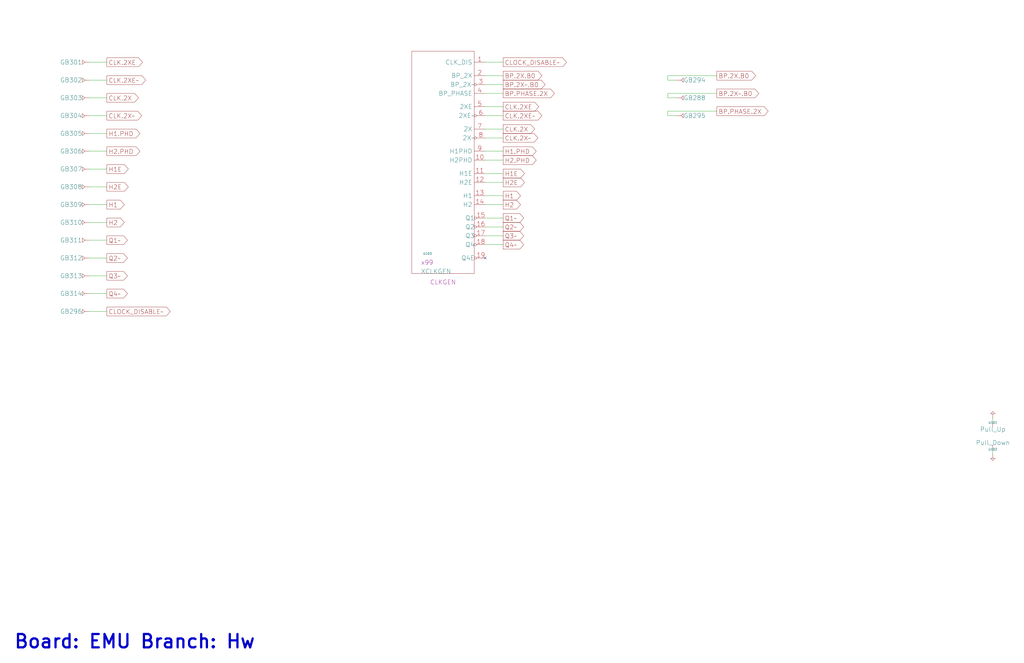
<source format=kicad_sch>
(kicad_sch (version 20250114) (generator "eeschema") (generator_version "9.0")
  (paper "User" 584.2 378.46)
  (title_block (title "EMU Main"))
  (lib_symbols
    (symbol "r1000:GB" (pin_numbers (hide yes)) (pin_names (offset 0) (hide yes))
      (property "Reference" "GB" (at 3.81 0 0))
      (symbol "GB_0_1"
        (polyline (pts (xy 2.54 0) (xy 3.81 1.27) (xy 3.81 -1.27) (xy 2.54 0)) (stroke (width 0.1524)))
      )
      (symbol "GB_1_1"
        (pin bidirectional line (at 0 0 0) (length 2.54) (name "") (number "1"))
      )
    )
    (symbol "r1000:PD" (power) (pin_numbers (hide yes)) (pin_names (hide yes)) (in_bom no)
      (symbol "PD_0_1"
        (polyline (pts (xy 0 -2.54) (xy 1.27 -2.54) (xy 0 -3.81) (xy -1.27 -2.54) (xy 0 -2.54)) (stroke (width 0.1524)))
      )
      (symbol "PD_1_1"
        (pin power_in line (at 0 0 270) (length 2.54) (name "PD") (number "1"))
      )
    )
    (symbol "r1000:PU" (power) (pin_numbers (hide yes)) (pin_names (hide yes))
      (symbol "PU_0_1"
        (polyline (pts (xy 0 2.54) (xy -1.27 2.54) (xy 0 3.81) (xy 1.27 2.54) (xy 0 2.54)) (stroke (width 0.1524)))
      )
      (symbol "PU_1_1"
        (pin power_in line (at 0 0 90) (length 2.54) (name "PU") (number "1"))
      )
    )
    (symbol "r1000:Pull_Down" (pin_numbers (hide yes)) (pin_names (hide yes))
      (property "Reference" "U" (at 0 0 0))
      (property "Value" "Pull_Down" (at 0 3.81 0))
      (symbol "Pull_Down_1_1"
        (pin power_out line (at 0 0 90) (length 2.54) (name "Out") (number "1"))
      )
    )
    (symbol "r1000:Pull_Up" (pin_numbers (hide yes)) (pin_names (hide yes))
      (property "Reference" "U" (at 0 0 0))
      (property "Value" "Pull_Up" (at 0 -3.81 0))
      (symbol "Pull_Up_1_1"
        (pin power_out line (at 0 0 270) (length 2.54) (name "Out") (number "1"))
      )
    )
    (symbol "r1000:XCLKGEN" (pin_names (offset 1.016))
      (property "Reference" "U" (at 2.54 5.08 0))
      (property "Value" "XCLKGEN" (at -1.27 -5.08 0))
      (property "Location" "___" (at -1.27 0 0))
      (property "Name" "______" (at 11.43 -12.7 0))
      (symbol "XCLKGEN_1_1"
        (rectangle (start -6.35 120.65) (end 29.21 -6.35))
        (circle (center 29.845 101.6) (radius 0.635))
        (circle (center 29.845 83.82) (radius 0.635))
        (circle (center 29.845 71.12) (radius 0.635))
        (circle (center 29.845 25.4) (radius 0.635))
        (circle (center 29.845 20.32) (radius 0.635))
        (circle (center 29.845 15.24) (radius 0.635))
        (circle (center 29.845 10.16) (radius 0.635))
        (circle (center 29.845 2.54) (radius 0.635))
        (pin output line (at 35.56 114.3 180) (length 6.35) (name "CLK_DIS") (number "1"))
        (pin output line (at 35.56 106.68 180) (length 6.35) (name "BP_2X") (number "2"))
        (pin output line (at 35.56 101.6 180) (length 5.08) (name "BP_2X~") (number "3"))
        (pin output line (at 35.56 96.52 180) (length 6.35) (name "BP_PHASE") (number "4"))
        (pin output line (at 35.56 88.9 180) (length 6.35) (name "2XE") (number "5"))
        (pin output line (at 35.56 83.82 180) (length 5.08) (name "2XE~") (number "6"))
        (pin output line (at 35.56 76.2 180) (length 6.35) (name "2X") (number "7"))
        (pin output line (at 35.56 71.12 180) (length 5.08) (name "2X~") (number "8"))
        (pin output line (at 35.56 63.5 180) (length 6.35) (name "H1PHD") (number "9"))
        (pin output line (at 35.56 58.42 180) (length 6.35) (name "H2PHD") (number "10"))
        (pin output line (at 35.56 50.8 180) (length 6.35) (name "H1E") (number "11"))
        (pin output line (at 35.56 45.72 180) (length 6.35) (name "H2E") (number "12"))
        (pin output line (at 35.56 38.1 180) (length 6.35) (name "H1") (number "13"))
        (pin output line (at 35.56 33.02 180) (length 6.35) (name "H2") (number "14"))
        (pin output line (at 35.56 25.4 180) (length 5.08) (name "Q1") (number "15"))
        (pin output line (at 35.56 20.32 180) (length 5.08) (name "Q2") (number "16"))
        (pin output line (at 35.56 15.24 180) (length 5.08) (name "Q3") (number "17"))
        (pin output line (at 35.56 10.16 180) (length 5.08) (name "Q4") (number "18"))
        (pin output line (at 35.56 2.54 180) (length 5.08) (name "Q4E") (number "19"))
      )
    )
  )
  (text "Board: EMU Branch: Hw" (at 7.62 370.84 0) (effects (font (size 7.62 7.62) (thickness 1.27) (bold yes)) (justify left bottom)))
  (no_connect (at 276.86 147.32))
  (wire (pts (xy 50.8 55.88) (xy 60.96 55.88)))
  (wire (pts (xy 381 43.18) (xy 408.94 43.18)))
  (wire (pts (xy 566.42 256.54) (xy 566.42 259.08)))
  (wire (pts (xy 381 66.04) (xy 381 63.5)))
  (wire (pts (xy 276.86 60.96) (xy 287.02 60.96)))
  (wire (pts (xy 50.8 106.68) (xy 60.96 106.68)))
  (wire (pts (xy 50.8 167.64) (xy 60.96 167.64)))
  (wire (pts (xy 50.8 177.8) (xy 60.96 177.8)))
  (wire (pts (xy 386.08 45.72) (xy 381 45.72)))
  (wire (pts (xy 50.8 127) (xy 60.96 127)))
  (wire (pts (xy 276.86 139.7) (xy 287.02 139.7)))
  (wire (pts (xy 276.86 48.26) (xy 287.02 48.26)))
  (wire (pts (xy 276.86 78.74) (xy 287.02 78.74)))
  (wire (pts (xy 50.8 147.32) (xy 60.96 147.32)))
  (wire (pts (xy 276.86 43.18) (xy 287.02 43.18)))
  (wire (pts (xy 276.86 134.62) (xy 287.02 134.62)))
  (wire (pts (xy 386.08 55.88) (xy 381 55.88)))
  (wire (pts (xy 381 45.72) (xy 381 43.18)))
  (wire (pts (xy 276.86 129.54) (xy 287.02 129.54)))
  (wire (pts (xy 50.8 66.04) (xy 60.96 66.04)))
  (wire (pts (xy 276.86 124.46) (xy 287.02 124.46)))
  (wire (pts (xy 276.86 86.36) (xy 287.02 86.36)))
  (wire (pts (xy 381 55.88) (xy 381 53.34)))
  (wire (pts (xy 566.42 238.76) (xy 566.42 241.3)))
  (wire (pts (xy 50.8 86.36) (xy 60.96 86.36)))
  (wire (pts (xy 276.86 35.56) (xy 287.02 35.56)))
  (wire (pts (xy 381 63.5) (xy 408.94 63.5)))
  (wire (pts (xy 276.86 73.66) (xy 287.02 73.66)))
  (wire (pts (xy 50.8 35.56) (xy 60.96 35.56)))
  (wire (pts (xy 50.8 45.72) (xy 60.96 45.72)))
  (wire (pts (xy 381 53.34) (xy 408.94 53.34)))
  (wire (pts (xy 276.86 53.34) (xy 287.02 53.34)))
  (wire (pts (xy 50.8 116.84) (xy 60.96 116.84)))
  (wire (pts (xy 276.86 66.04) (xy 287.02 66.04)))
  (wire (pts (xy 276.86 104.14) (xy 287.02 104.14)))
  (wire (pts (xy 276.86 116.84) (xy 287.02 116.84)))
  (wire (pts (xy 50.8 137.16) (xy 60.96 137.16)))
  (wire (pts (xy 276.86 99.06) (xy 287.02 99.06)))
  (wire (pts (xy 386.08 66.04) (xy 381 66.04)))
  (wire (pts (xy 50.8 76.2) (xy 60.96 76.2)))
  (wire (pts (xy 50.8 96.52) (xy 60.96 96.52)))
  (wire (pts (xy 276.86 91.44) (xy 287.02 91.44)))
  (wire (pts (xy 50.8 157.48) (xy 60.96 157.48)))
  (wire (pts (xy 276.86 111.76) (xy 287.02 111.76)))
  (global_label "H1" (shape output) (at 287.02 111.76 0) (effects (font (size 2.54 2.54))) (property "Intersheetrefs" "${INTERSHEET_REFS}" (at 297.307 111.6013 0) (effects (font (size 1.905 1.905)) (justify left))))
  (global_label "CLK.2X~" (shape output) (at 60.96 66.04 0) (effects (font (size 2.54 2.54))) (property "Intersheetrefs" "${INTERSHEET_REFS}" (at 86.9527 65.8813 0) (effects (font (size 1.905 1.905)) (justify left))))
  (global_label "BP.2X.B0" (shape output) (at 287.02 43.18 0) (effects (font (size 2.54 2.54))) (property "Intersheetrefs" "${INTERSHEET_REFS}" (at 309.1422 43.0213 0) (effects (font (size 1.905 1.905)) (justify left))))
  (global_label "H2E" (shape output) (at 60.96 106.68 0) (effects (font (size 2.54 2.54))) (property "Intersheetrefs" "${INTERSHEET_REFS}" (at 73.1641 106.5213 0) (effects (font (size 1.905 1.905)) (justify left))))
  (global_label "H2" (shape output) (at 60.96 127 0) (effects (font (size 2.54 2.54))) (property "Intersheetrefs" "${INTERSHEET_REFS}" (at 71.7234 127 0) (effects (font (size 1.905 1.905)) (justify left))))
  (global_label "H1.PHD" (shape output) (at 287.02 86.36 0) (effects (font (size 2.54 2.54))) (property "Intersheetrefs" "${INTERSHEET_REFS}" (at 305.8765 86.2013 0) (effects (font (size 1.905 1.905)) (justify left))))
  (global_label "H2.PHD" (shape output) (at 287.02 91.44 0) (effects (font (size 2.54 2.54))) (property "Intersheetrefs" "${INTERSHEET_REFS}" (at 305.8765 91.2813 0) (effects (font (size 1.905 1.905)) (justify left))))
  (global_label "BP.PHASE.2X" (shape output) (at 287.02 53.34 0) (effects (font (size 2.54 2.54))) (property "Intersheetrefs" "${INTERSHEET_REFS}" (at 316.2784 53.1813 0) (effects (font (size 1.905 1.905)) (justify left))))
  (global_label "CLK.2XE~" (shape output) (at 60.96 45.72 0) (effects (font (size 2.54 2.54))) (property "Intersheetrefs" "${INTERSHEET_REFS}" (at 89.2508 45.5613 0) (effects (font (size 1.905 1.905)) (justify left))))
  (global_label "CLK.2X~" (shape output) (at 287.02 78.74 0) (effects (font (size 2.54 2.54))) (property "Intersheetrefs" "${INTERSHEET_REFS}" (at 313.0127 78.5813 0) (effects (font (size 1.905 1.905)) (justify left))))
  (global_label "Q2~" (shape output) (at 287.02 129.54 0) (effects (font (size 2.54 2.54))) (property "Intersheetrefs" "${INTERSHEET_REFS}" (at 304.9089 129.3813 0) (effects (font (size 1.905 1.905)) (justify left))))
  (global_label "H2E" (shape output) (at 287.02 104.14 0) (effects (font (size 2.54 2.54))) (property "Intersheetrefs" "${INTERSHEET_REFS}" (at 299.2241 103.9813 0) (effects (font (size 1.905 1.905)) (justify left))))
  (global_label "BP.2X~.B0" (shape output) (at 408.94 53.34 0) (effects (font (size 2.54 2.54))) (property "Intersheetrefs" "${INTERSHEET_REFS}" (at 432.8765 53.1813 0) (effects (font (size 1.905 1.905)) (justify left))))
  (global_label "Q2~" (shape output) (at 60.96 147.32 0) (effects (font (size 2.54 2.54))) (property "Intersheetrefs" "${INTERSHEET_REFS}" (at 78.8489 147.1613 0) (effects (font (size 1.905 1.905)) (justify left))))
  (global_label "H1E" (shape output) (at 287.02 99.06 0) (effects (font (size 2.54 2.54))) (property "Intersheetrefs" "${INTERSHEET_REFS}" (at 299.2241 98.9013 0) (effects (font (size 1.905 1.905)) (justify left))))
  (global_label "CLK.2X" (shape output) (at 60.96 55.88 0) (effects (font (size 2.54 2.54))) (property "Intersheetrefs" "${INTERSHEET_REFS}" (at 85.1384 55.7213 0) (effects (font (size 1.905 1.905)) (justify left))))
  (global_label "Q1~" (shape output) (at 287.02 124.46 0) (effects (font (size 2.54 2.54))) (property "Intersheetrefs" "${INTERSHEET_REFS}" (at 304.9089 124.3013 0) (effects (font (size 1.905 1.905)) (justify left))))
  (global_label "CLK.2X" (shape output) (at 287.02 73.66 0) (effects (font (size 2.54 2.54))) (property "Intersheetrefs" "${INTERSHEET_REFS}" (at 311.1984 73.5013 0) (effects (font (size 1.905 1.905)) (justify left))))
  (global_label "BP.2X~.B0" (shape output) (at 287.02 48.26 0) (effects (font (size 2.54 2.54))) (property "Intersheetrefs" "${INTERSHEET_REFS}" (at 310.9565 48.1013 0) (effects (font (size 1.905 1.905)) (justify left))))
  (global_label "H2.PHD" (shape output) (at 60.96 86.36 0) (effects (font (size 2.54 2.54))) (property "Intersheetrefs" "${INTERSHEET_REFS}" (at 79.8165 86.2013 0) (effects (font (size 1.905 1.905)) (justify left))))
  (global_label "CLOCK_DISABLE~" (shape output) (at 287.02 35.56 0) (effects (font (size 2.54 2.54))) (property "Intersheetrefs" "${INTERSHEET_REFS}" (at 324.03 35.56 0) (effects (font (size 1.905 1.905)) (justify left))))
  (global_label "Q4~" (shape output) (at 287.02 139.7 0) (effects (font (size 2.54 2.54))) (property "Intersheetrefs" "${INTERSHEET_REFS}" (at 304.9089 139.5413 0) (effects (font (size 1.905 1.905)) (justify left))))
  (global_label "Q1~" (shape output) (at 60.96 137.16 0) (effects (font (size 2.54 2.54))) (property "Intersheetrefs" "${INTERSHEET_REFS}" (at 78.8489 137.0013 0) (effects (font (size 1.905 1.905)) (justify left))))
  (global_label "Q3~" (shape output) (at 60.96 157.48 0) (effects (font (size 2.54 2.54))) (property "Intersheetrefs" "${INTERSHEET_REFS}" (at 78.8489 157.3213 0) (effects (font (size 1.905 1.905)) (justify left))))
  (global_label "H1.PHD" (shape output) (at 60.96 76.2 0) (effects (font (size 2.54 2.54))) (property "Intersheetrefs" "${INTERSHEET_REFS}" (at 79.8165 76.0413 0) (effects (font (size 1.905 1.905)) (justify left))))
  (global_label "BP.PHASE.2X" (shape output) (at 408.94 63.5 0) (effects (font (size 2.54 2.54))) (property "Intersheetrefs" "${INTERSHEET_REFS}" (at 438.1984 63.3413 0) (effects (font (size 1.905 1.905)) (justify left))))
  (global_label "H1" (shape output) (at 60.96 116.84 0) (effects (font (size 2.54 2.54))) (property "Intersheetrefs" "${INTERSHEET_REFS}" (at 71.247 116.6813 0) (effects (font (size 1.905 1.905)) (justify left))))
  (global_label "CLK.2XE" (shape output) (at 60.96 35.56 0) (effects (font (size 2.54 2.54))) (property "Intersheetrefs" "${INTERSHEET_REFS}" (at 87.4365 35.4013 0) (effects (font (size 1.905 1.905)) (justify left))))
  (global_label "CLK.2XE" (shape output) (at 287.02 60.96 0) (effects (font (size 2.54 2.54))) (property "Intersheetrefs" "${INTERSHEET_REFS}" (at 313.4965 60.8013 0) (effects (font (size 1.905 1.905)) (justify left))))
  (global_label "CLOCK_DISABLE~" (shape output) (at 60.96 177.8 0) (effects (font (size 2.54 2.54))) (property "Intersheetrefs" "${INTERSHEET_REFS}" (at 97.97 177.8 0) (effects (font (size 1.905 1.905)) (justify left))))
  (global_label "H2" (shape output) (at 287.02 116.84 0) (effects (font (size 2.54 2.54))) (property "Intersheetrefs" "${INTERSHEET_REFS}" (at 297.7834 116.84 0) (effects (font (size 1.905 1.905)) (justify left))))
  (global_label "CLK.2XE~" (shape output) (at 287.02 66.04 0) (effects (font (size 2.54 2.54))) (property "Intersheetrefs" "${INTERSHEET_REFS}" (at 315.3108 65.8813 0) (effects (font (size 1.905 1.905)) (justify left))))
  (global_label "BP.2X.B0" (shape output) (at 408.94 43.18 0) (effects (font (size 2.54 2.54))) (property "Intersheetrefs" "${INTERSHEET_REFS}" (at 431.0622 43.0213 0) (effects (font (size 1.905 1.905)) (justify left))))
  (global_label "Q3~" (shape output) (at 287.02 134.62 0) (effects (font (size 2.54 2.54))) (property "Intersheetrefs" "${INTERSHEET_REFS}" (at 304.9089 134.4613 0) (effects (font (size 1.905 1.905)) (justify left))))
  (global_label "H1E" (shape output) (at 60.96 96.52 0) (effects (font (size 2.54 2.54))) (property "Intersheetrefs" "${INTERSHEET_REFS}" (at 73.1641 96.3613 0) (effects (font (size 1.905 1.905)) (justify left))))
  (global_label "Q4~" (shape output) (at 60.96 167.64 0) (effects (font (size 2.54 2.54))) (property "Intersheetrefs" "${INTERSHEET_REFS}" (at 78.8489 167.4813 0) (effects (font (size 1.905 1.905)) (justify left))))
  (symbol (lib_id "r1000:Pull_Down") (at 566.42 256.54 0) (unit 1)
    (property "Reference" "U102" (at 566.42 256.54 0))
    (property "Value" "Pull_Down" (at 566.42 252.73 0) (effects (font (size 2.54 2.54))))
  )
  (symbol (lib_id "r1000:GB") (at 50.8 35.56 0) (mirror y) (unit 1)
    (property "Reference" "GB301" (at 46.99 35.56 0) (effects (font (size 2.54 2.54)) (justify left)))
    (property "Value" "GB" (effects (hide yes)))
  )
  (symbol (lib_id "r1000:GB") (at 50.8 76.2 0) (mirror y) (unit 1)
    (property "Reference" "GB305" (at 46.99 76.2 0) (effects (font (size 2.54 2.54)) (justify left)))
    (property "Value" "GB" (effects (hide yes)))
  )
  (symbol (lib_id "r1000:GB") (at 50.8 147.32 0) (mirror y) (unit 1)
    (property "Reference" "GB312" (at 46.99 147.32 0) (effects (font (size 2.54 2.54)) (justify left)))
    (property "Value" "GB" (effects (hide yes)))
  )
  (symbol (lib_id "r1000:PU") (at 566.42 238.76 0) (unit 1)
    (property "Reference" "#PWR01" (effects (hide yes)))
    (property "Value" "PU" (effects (hide yes)))
  )
  (symbol (lib_id "r1000:GB") (at 50.8 55.88 0) (mirror y) (unit 1)
    (property "Reference" "GB303" (at 46.99 55.88 0) (effects (font (size 2.54 2.54)) (justify left)))
    (property "Value" "GB" (effects (hide yes)))
  )
  (symbol (lib_id "r1000:GB") (at 50.8 106.68 0) (mirror y) (unit 1)
    (property "Reference" "GB308" (at 46.99 106.68 0) (effects (font (size 2.54 2.54)) (justify left)))
    (property "Value" "GB" (effects (hide yes)))
  )
  (symbol (lib_id "r1000:GB") (at 50.8 167.64 0) (mirror y) (unit 1)
    (property "Reference" "GB314" (at 46.99 167.64 0) (effects (font (size 2.54 2.54)) (justify left)))
    (property "Value" "GB" (effects (hide yes)))
  )
  (symbol (lib_id "r1000:GB") (at 50.8 116.84 0) (mirror y) (unit 1)
    (property "Reference" "GB309" (at 46.99 116.84 0) (effects (font (size 2.54 2.54)) (justify left)))
    (property "Value" "GB" (effects (hide yes)))
  )
  (symbol (lib_id "r1000:GB") (at 50.8 177.8 0) (mirror y) (unit 1)
    (property "Reference" "GB296" (at 46.99 177.8 0) (effects (font (size 2.54 2.54)) (justify left)))
    (property "Value" "GB" (effects (hide yes)))
  )
  (symbol (lib_id "r1000:GB") (at 50.8 127 0) (mirror y) (unit 1)
    (property "Reference" "GB310" (at 46.99 127 0) (effects (font (size 2.54 2.54)) (justify left)))
    (property "Value" "GB" (effects (hide yes)))
  )
  (symbol (lib_id "r1000:GB") (at 386.08 66.04 0) (unit 1)
    (property "Reference" "GB295" (at 389.89 66.04 0) (effects (font (size 2.54 2.54)) (justify left)))
    (property "Value" "GB" (effects (hide yes)))
  )
  (symbol (lib_id "r1000:GB") (at 50.8 45.72 0) (mirror y) (unit 1)
    (property "Reference" "GB302" (at 46.99 45.72 0) (effects (font (size 2.54 2.54)) (justify left)))
    (property "Value" "GB" (effects (hide yes)))
  )
  (symbol (lib_id "r1000:PD") (at 566.42 259.08 0) (unit 1) (in_bom no)
    (property "Reference" "#PWR02" (effects (hide yes)))
    (property "Value" "PD" (effects (hide yes)))
  )
  (symbol (lib_id "r1000:GB") (at 386.08 55.88 0) (unit 1)
    (property "Reference" "GB288" (at 389.89 55.88 0) (effects (font (size 2.54 2.54)) (justify left)))
    (property "Value" "GB" (effects (hide yes)))
  )
  (symbol (lib_id "r1000:Pull_Up") (at 566.42 241.3 0) (unit 1)
    (property "Reference" "U101" (at 566.42 241.3 0))
    (property "Value" "Pull_Up" (at 566.42 245.11 0) (effects (font (size 2.54 2.54))))
  )
  (symbol (lib_id "r1000:GB") (at 386.08 45.72 0) (unit 1)
    (property "Reference" "GB294" (at 389.89 45.72 0) (effects (font (size 2.54 2.54)) (justify left)))
    (property "Value" "GB" (effects (hide yes)))
  )
  (symbol (lib_id "r1000:GB") (at 50.8 96.52 0) (mirror y) (unit 1)
    (property "Reference" "GB307" (at 46.99 96.52 0) (effects (font (size 2.54 2.54)) (justify left)))
    (property "Value" "GB" (effects (hide yes)))
  )
  (symbol (lib_id "r1000:GB") (at 50.8 66.04 0) (mirror y) (unit 1)
    (property "Reference" "GB304" (at 46.99 66.04 0) (effects (font (size 2.54 2.54)) (justify left)))
    (property "Value" "GB" (effects (hide yes)))
  )
  (symbol (lib_id "r1000:GB") (at 50.8 157.48 0) (mirror y) (unit 1)
    (property "Reference" "GB313" (at 46.99 157.48 0) (effects (font (size 2.54 2.54)) (justify left)))
    (property "Value" "GB" (effects (hide yes)))
  )
  (symbol (lib_id "r1000:XCLKGEN") (at 241.3 149.86 0) (unit 1)
    (property "Reference" "U103" (at 243.84 144.78 0))
    (property "Value" "XCLKGEN" (at 240.03 154.94 0) (effects (font (size 2.54 2.54)) (justify left)))
    (property "Location" "x99" (at 240.03 149.86 0) (effects (font (size 2.54 2.54)) (justify left)))
    (property "Name" "CLKGEN" (at 252.73 162.56 0) (effects (font (size 2.54 2.54)) (justify bottom)))
  )
  (symbol (lib_id "r1000:GB") (at 50.8 137.16 0) (mirror y) (unit 1)
    (property "Reference" "GB311" (at 46.99 137.16 0) (effects (font (size 2.54 2.54)) (justify left)))
    (property "Value" "GB" (effects (hide yes)))
  )
  (symbol (lib_id "r1000:GB") (at 50.8 86.36 0) (mirror y) (unit 1)
    (property "Reference" "GB306" (at 46.99 86.36 0) (effects (font (size 2.54 2.54)) (justify left)))
    (property "Value" "GB" (effects (hide yes)))
  )
)
</source>
